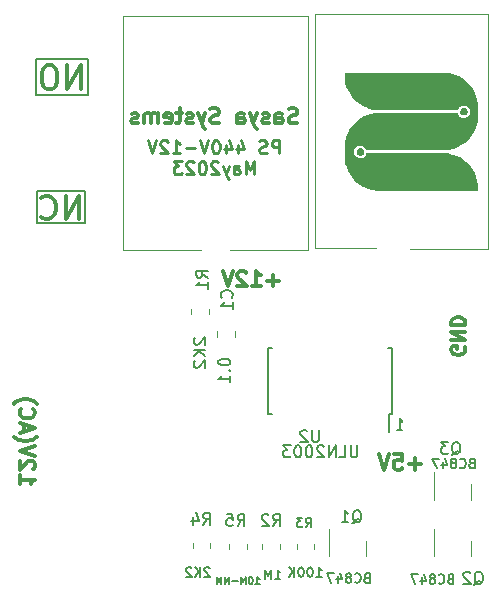
<source format=gbr>
G04 #@! TF.GenerationSoftware,KiCad,Pcbnew,(6.0.7)*
G04 #@! TF.CreationDate,2023-05-10T15:43:49+05:30*
G04 #@! TF.ProjectId,PS440V_to_5V,50533434-3056-45f7-946f-5f35562e6b69,rev?*
G04 #@! TF.SameCoordinates,Original*
G04 #@! TF.FileFunction,Legend,Bot*
G04 #@! TF.FilePolarity,Positive*
%FSLAX46Y46*%
G04 Gerber Fmt 4.6, Leading zero omitted, Abs format (unit mm)*
G04 Created by KiCad (PCBNEW (6.0.7)) date 2023-05-10 15:43:49*
%MOMM*%
%LPD*%
G01*
G04 APERTURE LIST*
%ADD10C,0.150000*%
%ADD11C,0.275000*%
%ADD12C,0.200000*%
%ADD13C,0.300000*%
%ADD14C,0.120000*%
G04 APERTURE END LIST*
D10*
X112291683Y-89888279D02*
X116722618Y-89888279D01*
X116722618Y-89888279D02*
X116722618Y-86820709D01*
X116722618Y-86820709D02*
X112291683Y-86820709D01*
X112291683Y-86820709D02*
X112291683Y-89888279D01*
X112359851Y-100727028D02*
X116449945Y-100727028D01*
X116449945Y-100727028D02*
X116449945Y-98000299D01*
X116449945Y-98000299D02*
X112359851Y-98000299D01*
X112359851Y-98000299D02*
X112359851Y-100727028D01*
D11*
X132873809Y-94812119D02*
X132873809Y-93712119D01*
X132454761Y-93712119D01*
X132350000Y-93764500D01*
X132297619Y-93816880D01*
X132245238Y-93921642D01*
X132245238Y-94078785D01*
X132297619Y-94183547D01*
X132350000Y-94235928D01*
X132454761Y-94288309D01*
X132873809Y-94288309D01*
X131826190Y-94759738D02*
X131669047Y-94812119D01*
X131407142Y-94812119D01*
X131302380Y-94759738D01*
X131250000Y-94707357D01*
X131197619Y-94602595D01*
X131197619Y-94497833D01*
X131250000Y-94393071D01*
X131302380Y-94340690D01*
X131407142Y-94288309D01*
X131616666Y-94235928D01*
X131721428Y-94183547D01*
X131773809Y-94131166D01*
X131826190Y-94026404D01*
X131826190Y-93921642D01*
X131773809Y-93816880D01*
X131721428Y-93764500D01*
X131616666Y-93712119D01*
X131354761Y-93712119D01*
X131197619Y-93764500D01*
X129416666Y-94078785D02*
X129416666Y-94812119D01*
X129678571Y-93659738D02*
X129940476Y-94445452D01*
X129259523Y-94445452D01*
X128369047Y-94078785D02*
X128369047Y-94812119D01*
X128630952Y-93659738D02*
X128892857Y-94445452D01*
X128211904Y-94445452D01*
X127583333Y-93712119D02*
X127478571Y-93712119D01*
X127373809Y-93764500D01*
X127321428Y-93816880D01*
X127269047Y-93921642D01*
X127216666Y-94131166D01*
X127216666Y-94393071D01*
X127269047Y-94602595D01*
X127321428Y-94707357D01*
X127373809Y-94759738D01*
X127478571Y-94812119D01*
X127583333Y-94812119D01*
X127688095Y-94759738D01*
X127740476Y-94707357D01*
X127792857Y-94602595D01*
X127845238Y-94393071D01*
X127845238Y-94131166D01*
X127792857Y-93921642D01*
X127740476Y-93816880D01*
X127688095Y-93764500D01*
X127583333Y-93712119D01*
X126902380Y-93712119D02*
X126535714Y-94812119D01*
X126169047Y-93712119D01*
X125802380Y-94393071D02*
X124964285Y-94393071D01*
X123864285Y-94812119D02*
X124492857Y-94812119D01*
X124178571Y-94812119D02*
X124178571Y-93712119D01*
X124283333Y-93869261D01*
X124388095Y-93974023D01*
X124492857Y-94026404D01*
X123445238Y-93816880D02*
X123392857Y-93764500D01*
X123288095Y-93712119D01*
X123026190Y-93712119D01*
X122921428Y-93764500D01*
X122869047Y-93816880D01*
X122816666Y-93921642D01*
X122816666Y-94026404D01*
X122869047Y-94183547D01*
X123497619Y-94812119D01*
X122816666Y-94812119D01*
X122502380Y-93712119D02*
X122135714Y-94812119D01*
X121769047Y-93712119D01*
X130778571Y-96583119D02*
X130778571Y-95483119D01*
X130411904Y-96268833D01*
X130045238Y-95483119D01*
X130045238Y-96583119D01*
X129050000Y-96583119D02*
X129050000Y-96006928D01*
X129102380Y-95902166D01*
X129207142Y-95849785D01*
X129416666Y-95849785D01*
X129521428Y-95902166D01*
X129050000Y-96530738D02*
X129154761Y-96583119D01*
X129416666Y-96583119D01*
X129521428Y-96530738D01*
X129573809Y-96425976D01*
X129573809Y-96321214D01*
X129521428Y-96216452D01*
X129416666Y-96164071D01*
X129154761Y-96164071D01*
X129050000Y-96111690D01*
X128630952Y-95849785D02*
X128369047Y-96583119D01*
X128107142Y-95849785D02*
X128369047Y-96583119D01*
X128473809Y-96845023D01*
X128526190Y-96897404D01*
X128630952Y-96949785D01*
X127740476Y-95587880D02*
X127688095Y-95535500D01*
X127583333Y-95483119D01*
X127321428Y-95483119D01*
X127216666Y-95535500D01*
X127164285Y-95587880D01*
X127111904Y-95692642D01*
X127111904Y-95797404D01*
X127164285Y-95954547D01*
X127792857Y-96583119D01*
X127111904Y-96583119D01*
X126430952Y-95483119D02*
X126326190Y-95483119D01*
X126221428Y-95535500D01*
X126169047Y-95587880D01*
X126116666Y-95692642D01*
X126064285Y-95902166D01*
X126064285Y-96164071D01*
X126116666Y-96373595D01*
X126169047Y-96478357D01*
X126221428Y-96530738D01*
X126326190Y-96583119D01*
X126430952Y-96583119D01*
X126535714Y-96530738D01*
X126588095Y-96478357D01*
X126640476Y-96373595D01*
X126692857Y-96164071D01*
X126692857Y-95902166D01*
X126640476Y-95692642D01*
X126588095Y-95587880D01*
X126535714Y-95535500D01*
X126430952Y-95483119D01*
X125645238Y-95587880D02*
X125592857Y-95535500D01*
X125488095Y-95483119D01*
X125226190Y-95483119D01*
X125121428Y-95535500D01*
X125069047Y-95587880D01*
X125016666Y-95692642D01*
X125016666Y-95797404D01*
X125069047Y-95954547D01*
X125697619Y-96583119D01*
X125016666Y-96583119D01*
X124650000Y-95483119D02*
X123969047Y-95483119D01*
X124335714Y-95902166D01*
X124178571Y-95902166D01*
X124073809Y-95954547D01*
X124021428Y-96006928D01*
X123969047Y-96111690D01*
X123969047Y-96373595D01*
X124021428Y-96478357D01*
X124073809Y-96530738D01*
X124178571Y-96583119D01*
X124492857Y-96583119D01*
X124597619Y-96530738D01*
X124650000Y-96478357D01*
D12*
X142871428Y-118252380D02*
X143328571Y-118252380D01*
X143100000Y-118252380D02*
X143100000Y-117252380D01*
X143176190Y-117395238D01*
X143252380Y-117490476D01*
X143328571Y-117538095D01*
D13*
X115976326Y-100404761D02*
X115976326Y-98404761D01*
X114833469Y-100404761D01*
X114833469Y-98404761D01*
X112738231Y-100214285D02*
X112833469Y-100309523D01*
X113119183Y-100404761D01*
X113309659Y-100404761D01*
X113595374Y-100309523D01*
X113785850Y-100119047D01*
X113881088Y-99928571D01*
X113976326Y-99547619D01*
X113976326Y-99261904D01*
X113881088Y-98880952D01*
X113785850Y-98690476D01*
X113595374Y-98500000D01*
X113309659Y-98404761D01*
X113119183Y-98404761D01*
X112833469Y-98500000D01*
X112738231Y-98595238D01*
X132890476Y-105592857D02*
X131900000Y-105592857D01*
X132395238Y-106088095D02*
X132395238Y-105097619D01*
X130600000Y-106088095D02*
X131342857Y-106088095D01*
X130971428Y-106088095D02*
X130971428Y-104788095D01*
X131095238Y-104973809D01*
X131219047Y-105097619D01*
X131342857Y-105159523D01*
X130104761Y-104911904D02*
X130042857Y-104850000D01*
X129919047Y-104788095D01*
X129609523Y-104788095D01*
X129485714Y-104850000D01*
X129423809Y-104911904D01*
X129361904Y-105035714D01*
X129361904Y-105159523D01*
X129423809Y-105345238D01*
X130166666Y-106088095D01*
X129361904Y-106088095D01*
X128990476Y-104788095D02*
X128557142Y-106088095D01*
X128123809Y-104788095D01*
X148600000Y-111214285D02*
X148657142Y-111328571D01*
X148657142Y-111500000D01*
X148600000Y-111671428D01*
X148485714Y-111785714D01*
X148371428Y-111842857D01*
X148142857Y-111900000D01*
X147971428Y-111900000D01*
X147742857Y-111842857D01*
X147628571Y-111785714D01*
X147514285Y-111671428D01*
X147457142Y-111500000D01*
X147457142Y-111385714D01*
X147514285Y-111214285D01*
X147571428Y-111157142D01*
X147971428Y-111157142D01*
X147971428Y-111385714D01*
X147457142Y-110642857D02*
X148657142Y-110642857D01*
X147457142Y-109957142D01*
X148657142Y-109957142D01*
X147457142Y-109385714D02*
X148657142Y-109385714D01*
X148657142Y-109100000D01*
X148600000Y-108928571D01*
X148485714Y-108814285D01*
X148371428Y-108757142D01*
X148142857Y-108700000D01*
X147971428Y-108700000D01*
X147742857Y-108757142D01*
X147628571Y-108814285D01*
X147514285Y-108928571D01*
X147457142Y-109100000D01*
X147457142Y-109385714D01*
X116113400Y-89371584D02*
X116113400Y-87371584D01*
X114970543Y-89371584D01*
X114970543Y-87371584D01*
X113637210Y-87371584D02*
X113256257Y-87371584D01*
X113065781Y-87466823D01*
X112875305Y-87657299D01*
X112780067Y-88038251D01*
X112780067Y-88704918D01*
X112875305Y-89085870D01*
X113065781Y-89276346D01*
X113256257Y-89371584D01*
X113637210Y-89371584D01*
X113827686Y-89276346D01*
X114018162Y-89085870D01*
X114113400Y-88704918D01*
X114113400Y-88038251D01*
X114018162Y-87657299D01*
X113827686Y-87466823D01*
X113637210Y-87371584D01*
X144871428Y-121092857D02*
X143880952Y-121092857D01*
X144376190Y-121588095D02*
X144376190Y-120597619D01*
X142642857Y-120288095D02*
X143261904Y-120288095D01*
X143323809Y-120907142D01*
X143261904Y-120845238D01*
X143138095Y-120783333D01*
X142828571Y-120783333D01*
X142704761Y-120845238D01*
X142642857Y-120907142D01*
X142580952Y-121030952D01*
X142580952Y-121340476D01*
X142642857Y-121464285D01*
X142704761Y-121526190D01*
X142828571Y-121588095D01*
X143138095Y-121588095D01*
X143261904Y-121526190D01*
X143323809Y-121464285D01*
X142209523Y-120288095D02*
X141776190Y-121588095D01*
X141342857Y-120288095D01*
X134426190Y-92226190D02*
X134240476Y-92288095D01*
X133930952Y-92288095D01*
X133807142Y-92226190D01*
X133745238Y-92164285D01*
X133683333Y-92040476D01*
X133683333Y-91916666D01*
X133745238Y-91792857D01*
X133807142Y-91730952D01*
X133930952Y-91669047D01*
X134178571Y-91607142D01*
X134302380Y-91545238D01*
X134364285Y-91483333D01*
X134426190Y-91359523D01*
X134426190Y-91235714D01*
X134364285Y-91111904D01*
X134302380Y-91050000D01*
X134178571Y-90988095D01*
X133869047Y-90988095D01*
X133683333Y-91050000D01*
X132569047Y-92288095D02*
X132569047Y-91607142D01*
X132630952Y-91483333D01*
X132754761Y-91421428D01*
X133002380Y-91421428D01*
X133126190Y-91483333D01*
X132569047Y-92226190D02*
X132692857Y-92288095D01*
X133002380Y-92288095D01*
X133126190Y-92226190D01*
X133188095Y-92102380D01*
X133188095Y-91978571D01*
X133126190Y-91854761D01*
X133002380Y-91792857D01*
X132692857Y-91792857D01*
X132569047Y-91730952D01*
X132011904Y-92226190D02*
X131888095Y-92288095D01*
X131640476Y-92288095D01*
X131516666Y-92226190D01*
X131454761Y-92102380D01*
X131454761Y-92040476D01*
X131516666Y-91916666D01*
X131640476Y-91854761D01*
X131826190Y-91854761D01*
X131950000Y-91792857D01*
X132011904Y-91669047D01*
X132011904Y-91607142D01*
X131950000Y-91483333D01*
X131826190Y-91421428D01*
X131640476Y-91421428D01*
X131516666Y-91483333D01*
X131021428Y-91421428D02*
X130711904Y-92288095D01*
X130402380Y-91421428D02*
X130711904Y-92288095D01*
X130835714Y-92597619D01*
X130897619Y-92659523D01*
X131021428Y-92721428D01*
X129350000Y-92288095D02*
X129350000Y-91607142D01*
X129411904Y-91483333D01*
X129535714Y-91421428D01*
X129783333Y-91421428D01*
X129907142Y-91483333D01*
X129350000Y-92226190D02*
X129473809Y-92288095D01*
X129783333Y-92288095D01*
X129907142Y-92226190D01*
X129969047Y-92102380D01*
X129969047Y-91978571D01*
X129907142Y-91854761D01*
X129783333Y-91792857D01*
X129473809Y-91792857D01*
X129350000Y-91730952D01*
X127802380Y-92226190D02*
X127616666Y-92288095D01*
X127307142Y-92288095D01*
X127183333Y-92226190D01*
X127121428Y-92164285D01*
X127059523Y-92040476D01*
X127059523Y-91916666D01*
X127121428Y-91792857D01*
X127183333Y-91730952D01*
X127307142Y-91669047D01*
X127554761Y-91607142D01*
X127678571Y-91545238D01*
X127740476Y-91483333D01*
X127802380Y-91359523D01*
X127802380Y-91235714D01*
X127740476Y-91111904D01*
X127678571Y-91050000D01*
X127554761Y-90988095D01*
X127245238Y-90988095D01*
X127059523Y-91050000D01*
X126626190Y-91421428D02*
X126316666Y-92288095D01*
X126007142Y-91421428D02*
X126316666Y-92288095D01*
X126440476Y-92597619D01*
X126502380Y-92659523D01*
X126626190Y-92721428D01*
X125573809Y-92226190D02*
X125450000Y-92288095D01*
X125202380Y-92288095D01*
X125078571Y-92226190D01*
X125016666Y-92102380D01*
X125016666Y-92040476D01*
X125078571Y-91916666D01*
X125202380Y-91854761D01*
X125388095Y-91854761D01*
X125511904Y-91792857D01*
X125573809Y-91669047D01*
X125573809Y-91607142D01*
X125511904Y-91483333D01*
X125388095Y-91421428D01*
X125202380Y-91421428D01*
X125078571Y-91483333D01*
X124645238Y-91421428D02*
X124150000Y-91421428D01*
X124459523Y-90988095D02*
X124459523Y-92102380D01*
X124397619Y-92226190D01*
X124273809Y-92288095D01*
X124150000Y-92288095D01*
X123221428Y-92226190D02*
X123345238Y-92288095D01*
X123592857Y-92288095D01*
X123716666Y-92226190D01*
X123778571Y-92102380D01*
X123778571Y-91607142D01*
X123716666Y-91483333D01*
X123592857Y-91421428D01*
X123345238Y-91421428D01*
X123221428Y-91483333D01*
X123159523Y-91607142D01*
X123159523Y-91730952D01*
X123778571Y-91854761D01*
X122602380Y-92288095D02*
X122602380Y-91421428D01*
X122602380Y-91545238D02*
X122540476Y-91483333D01*
X122416666Y-91421428D01*
X122230952Y-91421428D01*
X122107142Y-91483333D01*
X122045238Y-91607142D01*
X122045238Y-92288095D01*
X122045238Y-91607142D02*
X121983333Y-91483333D01*
X121859523Y-91421428D01*
X121673809Y-91421428D01*
X121550000Y-91483333D01*
X121488095Y-91607142D01*
X121488095Y-92288095D01*
X120930952Y-92226190D02*
X120807142Y-92288095D01*
X120559523Y-92288095D01*
X120435714Y-92226190D01*
X120373809Y-92102380D01*
X120373809Y-92040476D01*
X120435714Y-91916666D01*
X120559523Y-91854761D01*
X120745238Y-91854761D01*
X120869047Y-91792857D01*
X120930952Y-91669047D01*
X120930952Y-91607142D01*
X120869047Y-91483333D01*
X120745238Y-91421428D01*
X120559523Y-91421428D01*
X120435714Y-91483333D01*
X110911904Y-122078571D02*
X110911904Y-122821428D01*
X110911904Y-122450000D02*
X112211904Y-122450000D01*
X112026190Y-122573809D01*
X111902380Y-122697619D01*
X111840476Y-122821428D01*
X112088095Y-121583333D02*
X112150000Y-121521428D01*
X112211904Y-121397619D01*
X112211904Y-121088095D01*
X112150000Y-120964285D01*
X112088095Y-120902380D01*
X111964285Y-120840476D01*
X111840476Y-120840476D01*
X111654761Y-120902380D01*
X110911904Y-121645238D01*
X110911904Y-120840476D01*
X112211904Y-120469047D02*
X110911904Y-120035714D01*
X112211904Y-119602380D01*
X110416666Y-118797619D02*
X110478571Y-118859523D01*
X110664285Y-118983333D01*
X110788095Y-119045238D01*
X110973809Y-119107142D01*
X111283333Y-119169047D01*
X111530952Y-119169047D01*
X111840476Y-119107142D01*
X112026190Y-119045238D01*
X112150000Y-118983333D01*
X112335714Y-118859523D01*
X112397619Y-118797619D01*
X111283333Y-118364285D02*
X111283333Y-117745238D01*
X110911904Y-118488095D02*
X112211904Y-118054761D01*
X110911904Y-117621428D01*
X111035714Y-116445238D02*
X110973809Y-116507142D01*
X110911904Y-116692857D01*
X110911904Y-116816666D01*
X110973809Y-117002380D01*
X111097619Y-117126190D01*
X111221428Y-117188095D01*
X111469047Y-117250000D01*
X111654761Y-117250000D01*
X111902380Y-117188095D01*
X112026190Y-117126190D01*
X112150000Y-117002380D01*
X112211904Y-116816666D01*
X112211904Y-116692857D01*
X112150000Y-116507142D01*
X112088095Y-116445238D01*
X110416666Y-116011904D02*
X110478571Y-115950000D01*
X110664285Y-115826190D01*
X110788095Y-115764285D01*
X110973809Y-115702380D01*
X111283333Y-115640476D01*
X111530952Y-115640476D01*
X111840476Y-115702380D01*
X112026190Y-115764285D01*
X112150000Y-115826190D01*
X112335714Y-115950000D01*
X112397619Y-116011904D01*
D10*
X136261904Y-118252380D02*
X136261904Y-119061904D01*
X136214285Y-119157142D01*
X136166666Y-119204761D01*
X136071428Y-119252380D01*
X135880952Y-119252380D01*
X135785714Y-119204761D01*
X135738095Y-119157142D01*
X135690476Y-119061904D01*
X135690476Y-118252380D01*
X135261904Y-118347619D02*
X135214285Y-118300000D01*
X135119047Y-118252380D01*
X134880952Y-118252380D01*
X134785714Y-118300000D01*
X134738095Y-118347619D01*
X134690476Y-118442857D01*
X134690476Y-118538095D01*
X134738095Y-118680952D01*
X135309523Y-119252380D01*
X134690476Y-119252380D01*
X139519047Y-119552380D02*
X139519047Y-120361904D01*
X139471428Y-120457142D01*
X139423809Y-120504761D01*
X139328571Y-120552380D01*
X139138095Y-120552380D01*
X139042857Y-120504761D01*
X138995238Y-120457142D01*
X138947619Y-120361904D01*
X138947619Y-119552380D01*
X137995238Y-120552380D02*
X138471428Y-120552380D01*
X138471428Y-119552380D01*
X137661904Y-120552380D02*
X137661904Y-119552380D01*
X137090476Y-120552380D01*
X137090476Y-119552380D01*
X136661904Y-119647619D02*
X136614285Y-119600000D01*
X136519047Y-119552380D01*
X136280952Y-119552380D01*
X136185714Y-119600000D01*
X136138095Y-119647619D01*
X136090476Y-119742857D01*
X136090476Y-119838095D01*
X136138095Y-119980952D01*
X136709523Y-120552380D01*
X136090476Y-120552380D01*
X135471428Y-119552380D02*
X135376190Y-119552380D01*
X135280952Y-119600000D01*
X135233333Y-119647619D01*
X135185714Y-119742857D01*
X135138095Y-119933333D01*
X135138095Y-120171428D01*
X135185714Y-120361904D01*
X135233333Y-120457142D01*
X135280952Y-120504761D01*
X135376190Y-120552380D01*
X135471428Y-120552380D01*
X135566666Y-120504761D01*
X135614285Y-120457142D01*
X135661904Y-120361904D01*
X135709523Y-120171428D01*
X135709523Y-119933333D01*
X135661904Y-119742857D01*
X135614285Y-119647619D01*
X135566666Y-119600000D01*
X135471428Y-119552380D01*
X134519047Y-119552380D02*
X134423809Y-119552380D01*
X134328571Y-119600000D01*
X134280952Y-119647619D01*
X134233333Y-119742857D01*
X134185714Y-119933333D01*
X134185714Y-120171428D01*
X134233333Y-120361904D01*
X134280952Y-120457142D01*
X134328571Y-120504761D01*
X134423809Y-120552380D01*
X134519047Y-120552380D01*
X134614285Y-120504761D01*
X134661904Y-120457142D01*
X134709523Y-120361904D01*
X134757142Y-120171428D01*
X134757142Y-119933333D01*
X134709523Y-119742857D01*
X134661904Y-119647619D01*
X134614285Y-119600000D01*
X134519047Y-119552380D01*
X133852380Y-119552380D02*
X133233333Y-119552380D01*
X133566666Y-119933333D01*
X133423809Y-119933333D01*
X133328571Y-119980952D01*
X133280952Y-120028571D01*
X133233333Y-120123809D01*
X133233333Y-120361904D01*
X133280952Y-120457142D01*
X133328571Y-120504761D01*
X133423809Y-120552380D01*
X133709523Y-120552380D01*
X133804761Y-120504761D01*
X133852380Y-120457142D01*
X128857142Y-107033333D02*
X128904761Y-106985714D01*
X128952380Y-106842857D01*
X128952380Y-106747619D01*
X128904761Y-106604761D01*
X128809523Y-106509523D01*
X128714285Y-106461904D01*
X128523809Y-106414285D01*
X128380952Y-106414285D01*
X128190476Y-106461904D01*
X128095238Y-106509523D01*
X128000000Y-106604761D01*
X127952380Y-106747619D01*
X127952380Y-106842857D01*
X128000000Y-106985714D01*
X128047619Y-107033333D01*
X128952380Y-107985714D02*
X128952380Y-107414285D01*
X128952380Y-107700000D02*
X127952380Y-107700000D01*
X128095238Y-107604761D01*
X128190476Y-107509523D01*
X128238095Y-107414285D01*
X127752380Y-112438095D02*
X127752380Y-112533333D01*
X127800000Y-112628571D01*
X127847619Y-112676190D01*
X127942857Y-112723809D01*
X128133333Y-112771428D01*
X128371428Y-112771428D01*
X128561904Y-112723809D01*
X128657142Y-112676190D01*
X128704761Y-112628571D01*
X128752380Y-112533333D01*
X128752380Y-112438095D01*
X128704761Y-112342857D01*
X128657142Y-112295238D01*
X128561904Y-112247619D01*
X128371428Y-112200000D01*
X128133333Y-112200000D01*
X127942857Y-112247619D01*
X127847619Y-112295238D01*
X127800000Y-112342857D01*
X127752380Y-112438095D01*
X128657142Y-113200000D02*
X128704761Y-113247619D01*
X128752380Y-113200000D01*
X128704761Y-113152380D01*
X128657142Y-113200000D01*
X128752380Y-113200000D01*
X128752380Y-114200000D02*
X128752380Y-113628571D01*
X128752380Y-113914285D02*
X127752380Y-113914285D01*
X127895238Y-113819047D01*
X127990476Y-113723809D01*
X128038095Y-113628571D01*
X126852380Y-105333333D02*
X126376190Y-105000000D01*
X126852380Y-104761904D02*
X125852380Y-104761904D01*
X125852380Y-105142857D01*
X125900000Y-105238095D01*
X125947619Y-105285714D01*
X126042857Y-105333333D01*
X126185714Y-105333333D01*
X126280952Y-105285714D01*
X126328571Y-105238095D01*
X126376190Y-105142857D01*
X126376190Y-104761904D01*
X126852380Y-106285714D02*
X126852380Y-105714285D01*
X126852380Y-106000000D02*
X125852380Y-106000000D01*
X125995238Y-105904761D01*
X126090476Y-105809523D01*
X126138095Y-105714285D01*
X125747619Y-110438095D02*
X125700000Y-110485714D01*
X125652380Y-110580952D01*
X125652380Y-110819047D01*
X125700000Y-110914285D01*
X125747619Y-110961904D01*
X125842857Y-111009523D01*
X125938095Y-111009523D01*
X126080952Y-110961904D01*
X126652380Y-110390476D01*
X126652380Y-111009523D01*
X126652380Y-111438095D02*
X125652380Y-111438095D01*
X126652380Y-112009523D02*
X126080952Y-111580952D01*
X125652380Y-112009523D02*
X126223809Y-111438095D01*
X125747619Y-112390476D02*
X125700000Y-112438095D01*
X125652380Y-112533333D01*
X125652380Y-112771428D01*
X125700000Y-112866666D01*
X125747619Y-112914285D01*
X125842857Y-112961904D01*
X125938095Y-112961904D01*
X126080952Y-112914285D01*
X126652380Y-112342857D01*
X126652380Y-112961904D01*
X135133333Y-126461904D02*
X135400000Y-126080952D01*
X135590476Y-126461904D02*
X135590476Y-125661904D01*
X135285714Y-125661904D01*
X135209523Y-125700000D01*
X135171428Y-125738095D01*
X135133333Y-125814285D01*
X135133333Y-125928571D01*
X135171428Y-126004761D01*
X135209523Y-126042857D01*
X135285714Y-126080952D01*
X135590476Y-126080952D01*
X134866666Y-125661904D02*
X134371428Y-125661904D01*
X134638095Y-125966666D01*
X134523809Y-125966666D01*
X134447619Y-126004761D01*
X134409523Y-126042857D01*
X134371428Y-126119047D01*
X134371428Y-126309523D01*
X134409523Y-126385714D01*
X134447619Y-126423809D01*
X134523809Y-126461904D01*
X134752380Y-126461904D01*
X134828571Y-126423809D01*
X134866666Y-126385714D01*
X136033333Y-130661904D02*
X136490476Y-130661904D01*
X136261904Y-130661904D02*
X136261904Y-129861904D01*
X136338095Y-129976190D01*
X136414285Y-130052380D01*
X136490476Y-130090476D01*
X135538095Y-129861904D02*
X135461904Y-129861904D01*
X135385714Y-129900000D01*
X135347619Y-129938095D01*
X135309523Y-130014285D01*
X135271428Y-130166666D01*
X135271428Y-130357142D01*
X135309523Y-130509523D01*
X135347619Y-130585714D01*
X135385714Y-130623809D01*
X135461904Y-130661904D01*
X135538095Y-130661904D01*
X135614285Y-130623809D01*
X135652380Y-130585714D01*
X135690476Y-130509523D01*
X135728571Y-130357142D01*
X135728571Y-130166666D01*
X135690476Y-130014285D01*
X135652380Y-129938095D01*
X135614285Y-129900000D01*
X135538095Y-129861904D01*
X134776190Y-129861904D02*
X134700000Y-129861904D01*
X134623809Y-129900000D01*
X134585714Y-129938095D01*
X134547619Y-130014285D01*
X134509523Y-130166666D01*
X134509523Y-130357142D01*
X134547619Y-130509523D01*
X134585714Y-130585714D01*
X134623809Y-130623809D01*
X134700000Y-130661904D01*
X134776190Y-130661904D01*
X134852380Y-130623809D01*
X134890476Y-130585714D01*
X134928571Y-130509523D01*
X134966666Y-130357142D01*
X134966666Y-130166666D01*
X134928571Y-130014285D01*
X134890476Y-129938095D01*
X134852380Y-129900000D01*
X134776190Y-129861904D01*
X134166666Y-130661904D02*
X134166666Y-129861904D01*
X133709523Y-130661904D02*
X134052380Y-130204761D01*
X133709523Y-129861904D02*
X134166666Y-130319047D01*
X126466666Y-126252380D02*
X126800000Y-125776190D01*
X127038095Y-126252380D02*
X127038095Y-125252380D01*
X126657142Y-125252380D01*
X126561904Y-125300000D01*
X126514285Y-125347619D01*
X126466666Y-125442857D01*
X126466666Y-125585714D01*
X126514285Y-125680952D01*
X126561904Y-125728571D01*
X126657142Y-125776190D01*
X127038095Y-125776190D01*
X125609523Y-125585714D02*
X125609523Y-126252380D01*
X125847619Y-125204761D02*
X126085714Y-125919047D01*
X125466666Y-125919047D01*
X127009523Y-129938095D02*
X126971428Y-129900000D01*
X126895238Y-129861904D01*
X126704761Y-129861904D01*
X126628571Y-129900000D01*
X126590476Y-129938095D01*
X126552380Y-130014285D01*
X126552380Y-130090476D01*
X126590476Y-130204761D01*
X127047619Y-130661904D01*
X126552380Y-130661904D01*
X126209523Y-130661904D02*
X126209523Y-129861904D01*
X125752380Y-130661904D02*
X126095238Y-130204761D01*
X125752380Y-129861904D02*
X126209523Y-130319047D01*
X125447619Y-129938095D02*
X125409523Y-129900000D01*
X125333333Y-129861904D01*
X125142857Y-129861904D01*
X125066666Y-129900000D01*
X125028571Y-129938095D01*
X124990476Y-130014285D01*
X124990476Y-130090476D01*
X125028571Y-130204761D01*
X125485714Y-130661904D01*
X124990476Y-130661904D01*
X132366666Y-126352380D02*
X132700000Y-125876190D01*
X132938095Y-126352380D02*
X132938095Y-125352380D01*
X132557142Y-125352380D01*
X132461904Y-125400000D01*
X132414285Y-125447619D01*
X132366666Y-125542857D01*
X132366666Y-125685714D01*
X132414285Y-125780952D01*
X132461904Y-125828571D01*
X132557142Y-125876190D01*
X132938095Y-125876190D01*
X131985714Y-125447619D02*
X131938095Y-125400000D01*
X131842857Y-125352380D01*
X131604761Y-125352380D01*
X131509523Y-125400000D01*
X131461904Y-125447619D01*
X131414285Y-125542857D01*
X131414285Y-125638095D01*
X131461904Y-125780952D01*
X132033333Y-126352380D01*
X131414285Y-126352380D01*
X132528571Y-130861904D02*
X132985714Y-130861904D01*
X132757142Y-130861904D02*
X132757142Y-130061904D01*
X132833333Y-130176190D01*
X132909523Y-130252380D01*
X132985714Y-130290476D01*
X132185714Y-130861904D02*
X132185714Y-130061904D01*
X131919047Y-130633333D01*
X131652380Y-130061904D01*
X131652380Y-130861904D01*
X139095238Y-126147619D02*
X139190476Y-126100000D01*
X139285714Y-126004761D01*
X139428571Y-125861904D01*
X139523809Y-125814285D01*
X139619047Y-125814285D01*
X139571428Y-126052380D02*
X139666666Y-126004761D01*
X139761904Y-125909523D01*
X139809523Y-125719047D01*
X139809523Y-125385714D01*
X139761904Y-125195238D01*
X139666666Y-125100000D01*
X139571428Y-125052380D01*
X139380952Y-125052380D01*
X139285714Y-125100000D01*
X139190476Y-125195238D01*
X139142857Y-125385714D01*
X139142857Y-125719047D01*
X139190476Y-125909523D01*
X139285714Y-126004761D01*
X139380952Y-126052380D01*
X139571428Y-126052380D01*
X138190476Y-126052380D02*
X138761904Y-126052380D01*
X138476190Y-126052380D02*
X138476190Y-125052380D01*
X138571428Y-125195238D01*
X138666666Y-125290476D01*
X138761904Y-125338095D01*
X140285714Y-130742857D02*
X140171428Y-130780952D01*
X140133333Y-130819047D01*
X140095238Y-130895238D01*
X140095238Y-131009523D01*
X140133333Y-131085714D01*
X140171428Y-131123809D01*
X140247619Y-131161904D01*
X140552380Y-131161904D01*
X140552380Y-130361904D01*
X140285714Y-130361904D01*
X140209523Y-130400000D01*
X140171428Y-130438095D01*
X140133333Y-130514285D01*
X140133333Y-130590476D01*
X140171428Y-130666666D01*
X140209523Y-130704761D01*
X140285714Y-130742857D01*
X140552380Y-130742857D01*
X139295238Y-131085714D02*
X139333333Y-131123809D01*
X139447619Y-131161904D01*
X139523809Y-131161904D01*
X139638095Y-131123809D01*
X139714285Y-131047619D01*
X139752380Y-130971428D01*
X139790476Y-130819047D01*
X139790476Y-130704761D01*
X139752380Y-130552380D01*
X139714285Y-130476190D01*
X139638095Y-130400000D01*
X139523809Y-130361904D01*
X139447619Y-130361904D01*
X139333333Y-130400000D01*
X139295238Y-130438095D01*
X138838095Y-130704761D02*
X138914285Y-130666666D01*
X138952380Y-130628571D01*
X138990476Y-130552380D01*
X138990476Y-130514285D01*
X138952380Y-130438095D01*
X138914285Y-130400000D01*
X138838095Y-130361904D01*
X138685714Y-130361904D01*
X138609523Y-130400000D01*
X138571428Y-130438095D01*
X138533333Y-130514285D01*
X138533333Y-130552380D01*
X138571428Y-130628571D01*
X138609523Y-130666666D01*
X138685714Y-130704761D01*
X138838095Y-130704761D01*
X138914285Y-130742857D01*
X138952380Y-130780952D01*
X138990476Y-130857142D01*
X138990476Y-131009523D01*
X138952380Y-131085714D01*
X138914285Y-131123809D01*
X138838095Y-131161904D01*
X138685714Y-131161904D01*
X138609523Y-131123809D01*
X138571428Y-131085714D01*
X138533333Y-131009523D01*
X138533333Y-130857142D01*
X138571428Y-130780952D01*
X138609523Y-130742857D01*
X138685714Y-130704761D01*
X137847619Y-130628571D02*
X137847619Y-131161904D01*
X138038095Y-130323809D02*
X138228571Y-130895238D01*
X137733333Y-130895238D01*
X137504761Y-130361904D02*
X136971428Y-130361904D01*
X137314285Y-131161904D01*
X147495238Y-120347619D02*
X147590476Y-120300000D01*
X147685714Y-120204761D01*
X147828571Y-120061904D01*
X147923809Y-120014285D01*
X148019047Y-120014285D01*
X147971428Y-120252380D02*
X148066666Y-120204761D01*
X148161904Y-120109523D01*
X148209523Y-119919047D01*
X148209523Y-119585714D01*
X148161904Y-119395238D01*
X148066666Y-119300000D01*
X147971428Y-119252380D01*
X147780952Y-119252380D01*
X147685714Y-119300000D01*
X147590476Y-119395238D01*
X147542857Y-119585714D01*
X147542857Y-119919047D01*
X147590476Y-120109523D01*
X147685714Y-120204761D01*
X147780952Y-120252380D01*
X147971428Y-120252380D01*
X147209523Y-119252380D02*
X146590476Y-119252380D01*
X146923809Y-119633333D01*
X146780952Y-119633333D01*
X146685714Y-119680952D01*
X146638095Y-119728571D01*
X146590476Y-119823809D01*
X146590476Y-120061904D01*
X146638095Y-120157142D01*
X146685714Y-120204761D01*
X146780952Y-120252380D01*
X147066666Y-120252380D01*
X147161904Y-120204761D01*
X147209523Y-120157142D01*
X149185714Y-121042857D02*
X149071428Y-121080952D01*
X149033333Y-121119047D01*
X148995238Y-121195238D01*
X148995238Y-121309523D01*
X149033333Y-121385714D01*
X149071428Y-121423809D01*
X149147619Y-121461904D01*
X149452380Y-121461904D01*
X149452380Y-120661904D01*
X149185714Y-120661904D01*
X149109523Y-120700000D01*
X149071428Y-120738095D01*
X149033333Y-120814285D01*
X149033333Y-120890476D01*
X149071428Y-120966666D01*
X149109523Y-121004761D01*
X149185714Y-121042857D01*
X149452380Y-121042857D01*
X148195238Y-121385714D02*
X148233333Y-121423809D01*
X148347619Y-121461904D01*
X148423809Y-121461904D01*
X148538095Y-121423809D01*
X148614285Y-121347619D01*
X148652380Y-121271428D01*
X148690476Y-121119047D01*
X148690476Y-121004761D01*
X148652380Y-120852380D01*
X148614285Y-120776190D01*
X148538095Y-120700000D01*
X148423809Y-120661904D01*
X148347619Y-120661904D01*
X148233333Y-120700000D01*
X148195238Y-120738095D01*
X147738095Y-121004761D02*
X147814285Y-120966666D01*
X147852380Y-120928571D01*
X147890476Y-120852380D01*
X147890476Y-120814285D01*
X147852380Y-120738095D01*
X147814285Y-120700000D01*
X147738095Y-120661904D01*
X147585714Y-120661904D01*
X147509523Y-120700000D01*
X147471428Y-120738095D01*
X147433333Y-120814285D01*
X147433333Y-120852380D01*
X147471428Y-120928571D01*
X147509523Y-120966666D01*
X147585714Y-121004761D01*
X147738095Y-121004761D01*
X147814285Y-121042857D01*
X147852380Y-121080952D01*
X147890476Y-121157142D01*
X147890476Y-121309523D01*
X147852380Y-121385714D01*
X147814285Y-121423809D01*
X147738095Y-121461904D01*
X147585714Y-121461904D01*
X147509523Y-121423809D01*
X147471428Y-121385714D01*
X147433333Y-121309523D01*
X147433333Y-121157142D01*
X147471428Y-121080952D01*
X147509523Y-121042857D01*
X147585714Y-121004761D01*
X146747619Y-120928571D02*
X146747619Y-121461904D01*
X146938095Y-120623809D02*
X147128571Y-121195238D01*
X146633333Y-121195238D01*
X146404761Y-120661904D02*
X145871428Y-120661904D01*
X146214285Y-121461904D01*
X149395238Y-131347619D02*
X149490476Y-131300000D01*
X149585714Y-131204761D01*
X149728571Y-131061904D01*
X149823809Y-131014285D01*
X149919047Y-131014285D01*
X149871428Y-131252380D02*
X149966666Y-131204761D01*
X150061904Y-131109523D01*
X150109523Y-130919047D01*
X150109523Y-130585714D01*
X150061904Y-130395238D01*
X149966666Y-130300000D01*
X149871428Y-130252380D01*
X149680952Y-130252380D01*
X149585714Y-130300000D01*
X149490476Y-130395238D01*
X149442857Y-130585714D01*
X149442857Y-130919047D01*
X149490476Y-131109523D01*
X149585714Y-131204761D01*
X149680952Y-131252380D01*
X149871428Y-131252380D01*
X149061904Y-130347619D02*
X149014285Y-130300000D01*
X148919047Y-130252380D01*
X148680952Y-130252380D01*
X148585714Y-130300000D01*
X148538095Y-130347619D01*
X148490476Y-130442857D01*
X148490476Y-130538095D01*
X148538095Y-130680952D01*
X149109523Y-131252380D01*
X148490476Y-131252380D01*
X147385714Y-130842857D02*
X147271428Y-130880952D01*
X147233333Y-130919047D01*
X147195238Y-130995238D01*
X147195238Y-131109523D01*
X147233333Y-131185714D01*
X147271428Y-131223809D01*
X147347619Y-131261904D01*
X147652380Y-131261904D01*
X147652380Y-130461904D01*
X147385714Y-130461904D01*
X147309523Y-130500000D01*
X147271428Y-130538095D01*
X147233333Y-130614285D01*
X147233333Y-130690476D01*
X147271428Y-130766666D01*
X147309523Y-130804761D01*
X147385714Y-130842857D01*
X147652380Y-130842857D01*
X146395238Y-131185714D02*
X146433333Y-131223809D01*
X146547619Y-131261904D01*
X146623809Y-131261904D01*
X146738095Y-131223809D01*
X146814285Y-131147619D01*
X146852380Y-131071428D01*
X146890476Y-130919047D01*
X146890476Y-130804761D01*
X146852380Y-130652380D01*
X146814285Y-130576190D01*
X146738095Y-130500000D01*
X146623809Y-130461904D01*
X146547619Y-130461904D01*
X146433333Y-130500000D01*
X146395238Y-130538095D01*
X145938095Y-130804761D02*
X146014285Y-130766666D01*
X146052380Y-130728571D01*
X146090476Y-130652380D01*
X146090476Y-130614285D01*
X146052380Y-130538095D01*
X146014285Y-130500000D01*
X145938095Y-130461904D01*
X145785714Y-130461904D01*
X145709523Y-130500000D01*
X145671428Y-130538095D01*
X145633333Y-130614285D01*
X145633333Y-130652380D01*
X145671428Y-130728571D01*
X145709523Y-130766666D01*
X145785714Y-130804761D01*
X145938095Y-130804761D01*
X146014285Y-130842857D01*
X146052380Y-130880952D01*
X146090476Y-130957142D01*
X146090476Y-131109523D01*
X146052380Y-131185714D01*
X146014285Y-131223809D01*
X145938095Y-131261904D01*
X145785714Y-131261904D01*
X145709523Y-131223809D01*
X145671428Y-131185714D01*
X145633333Y-131109523D01*
X145633333Y-130957142D01*
X145671428Y-130880952D01*
X145709523Y-130842857D01*
X145785714Y-130804761D01*
X144947619Y-130728571D02*
X144947619Y-131261904D01*
X145138095Y-130423809D02*
X145328571Y-130995238D01*
X144833333Y-130995238D01*
X144604761Y-130461904D02*
X144071428Y-130461904D01*
X144414285Y-131261904D01*
X129366666Y-126352380D02*
X129700000Y-125876190D01*
X129938095Y-126352380D02*
X129938095Y-125352380D01*
X129557142Y-125352380D01*
X129461904Y-125400000D01*
X129414285Y-125447619D01*
X129366666Y-125542857D01*
X129366666Y-125685714D01*
X129414285Y-125780952D01*
X129461904Y-125828571D01*
X129557142Y-125876190D01*
X129938095Y-125876190D01*
X128461904Y-125352380D02*
X128938095Y-125352380D01*
X128985714Y-125828571D01*
X128938095Y-125780952D01*
X128842857Y-125733333D01*
X128604761Y-125733333D01*
X128509523Y-125780952D01*
X128461904Y-125828571D01*
X128414285Y-125923809D01*
X128414285Y-126161904D01*
X128461904Y-126257142D01*
X128509523Y-126304761D01*
X128604761Y-126352380D01*
X128842857Y-126352380D01*
X128938095Y-126304761D01*
X128985714Y-126257142D01*
X130885714Y-131271428D02*
X131228571Y-131271428D01*
X131057142Y-131271428D02*
X131057142Y-130671428D01*
X131114285Y-130757142D01*
X131171428Y-130814285D01*
X131228571Y-130842857D01*
X130514285Y-130671428D02*
X130457142Y-130671428D01*
X130400000Y-130700000D01*
X130371428Y-130728571D01*
X130342857Y-130785714D01*
X130314285Y-130900000D01*
X130314285Y-131042857D01*
X130342857Y-131157142D01*
X130371428Y-131214285D01*
X130400000Y-131242857D01*
X130457142Y-131271428D01*
X130514285Y-131271428D01*
X130571428Y-131242857D01*
X130600000Y-131214285D01*
X130628571Y-131157142D01*
X130657142Y-131042857D01*
X130657142Y-130900000D01*
X130628571Y-130785714D01*
X130600000Y-130728571D01*
X130571428Y-130700000D01*
X130514285Y-130671428D01*
X130057142Y-131271428D02*
X130057142Y-130671428D01*
X129857142Y-131100000D01*
X129657142Y-130671428D01*
X129657142Y-131271428D01*
X129371428Y-131042857D02*
X128914285Y-131042857D01*
X128628571Y-131271428D02*
X128628571Y-130671428D01*
X128285714Y-131271428D01*
X128285714Y-130671428D01*
X128000000Y-131271428D02*
X128000000Y-130671428D01*
X127800000Y-131100000D01*
X127600000Y-130671428D01*
X127600000Y-131271428D01*
D13*
X145442571Y-92138000D02*
X145587714Y-92065428D01*
X145805428Y-92065428D01*
X146023142Y-92138000D01*
X146168285Y-92283142D01*
X146240857Y-92428285D01*
X146313428Y-92718571D01*
X146313428Y-92936285D01*
X146240857Y-93226571D01*
X146168285Y-93371714D01*
X146023142Y-93516857D01*
X145805428Y-93589428D01*
X145660285Y-93589428D01*
X145442571Y-93516857D01*
X145370000Y-93444285D01*
X145370000Y-92936285D01*
X145660285Y-92936285D01*
X144499142Y-92065428D02*
X144499142Y-92428285D01*
X144862000Y-92283142D02*
X144499142Y-92428285D01*
X144136285Y-92283142D01*
X144716857Y-92718571D02*
X144499142Y-92428285D01*
X144281428Y-92718571D01*
X143338000Y-92065428D02*
X143338000Y-92428285D01*
X143700857Y-92283142D02*
X143338000Y-92428285D01*
X142975142Y-92283142D01*
X143555714Y-92718571D02*
X143338000Y-92428285D01*
X143120285Y-92718571D01*
X142176857Y-92065428D02*
X142176857Y-92428285D01*
X142539714Y-92283142D02*
X142176857Y-92428285D01*
X141814000Y-92283142D01*
X142394571Y-92718571D02*
X142176857Y-92428285D01*
X141959142Y-92718571D01*
D14*
X150600000Y-102900000D02*
X150600000Y-83100000D01*
X150600000Y-102900000D02*
X144000000Y-102900000D01*
X135900000Y-102850000D02*
X141050000Y-102850000D01*
X150600000Y-83050000D02*
X135900000Y-83050000D01*
X135900000Y-83050000D02*
X135900000Y-102850000D01*
X119700000Y-83200000D02*
X119700000Y-103000000D01*
X135300000Y-103000000D02*
X135300000Y-83200000D01*
X135300000Y-83200000D02*
X119700000Y-83200000D01*
X135300000Y-103000000D02*
X128700000Y-103000000D01*
X126300000Y-103000000D02*
X119700000Y-103000000D01*
D10*
X142200000Y-116875000D02*
X142200000Y-118400000D01*
X131925000Y-116875000D02*
X132280000Y-116875000D01*
X142475000Y-116875000D02*
X142200000Y-116875000D01*
X142475000Y-111325000D02*
X142120000Y-111325000D01*
X131925000Y-111325000D02*
X132280000Y-111325000D01*
X131925000Y-116875000D02*
X131925000Y-111325000D01*
X142475000Y-116875000D02*
X142475000Y-111325000D01*
D14*
X129135000Y-109838748D02*
X129135000Y-110361252D01*
X127665000Y-109838748D02*
X127665000Y-110361252D01*
X125465000Y-108427064D02*
X125465000Y-107972936D01*
X126935000Y-108427064D02*
X126935000Y-107972936D01*
X135835000Y-127872936D02*
X135835000Y-128327064D01*
X134365000Y-127872936D02*
X134365000Y-128327064D01*
X125565000Y-127772936D02*
X125565000Y-128227064D01*
X127035000Y-127772936D02*
X127035000Y-128227064D01*
X131465000Y-127872936D02*
X131465000Y-128327064D01*
X132935000Y-127872936D02*
X132935000Y-128327064D01*
X140260000Y-128300000D02*
X140260000Y-128950000D01*
X137140000Y-128300000D02*
X137140000Y-128950000D01*
X137140000Y-128300000D02*
X137140000Y-126625000D01*
X140260000Y-128300000D02*
X140260000Y-127650000D01*
X149160000Y-123500000D02*
X149160000Y-124150000D01*
X149160000Y-123500000D02*
X149160000Y-122850000D01*
X146040000Y-123500000D02*
X146040000Y-124150000D01*
X146040000Y-123500000D02*
X146040000Y-121825000D01*
X146040000Y-128300000D02*
X146040000Y-126625000D01*
X149160000Y-128300000D02*
X149160000Y-127650000D01*
X146040000Y-128300000D02*
X146040000Y-128950000D01*
X149160000Y-128300000D02*
X149160000Y-128950000D01*
X128665000Y-127872936D02*
X128665000Y-128327064D01*
X130135000Y-127872936D02*
X130135000Y-128327064D01*
G36*
X148586658Y-90975005D02*
G01*
X148605846Y-90979406D01*
X148698869Y-91019758D01*
X148769933Y-91082633D01*
X148818015Y-91161432D01*
X148842092Y-91249559D01*
X148841141Y-91340417D01*
X148814139Y-91427409D01*
X148760063Y-91503937D01*
X148677890Y-91563405D01*
X148575616Y-91599102D01*
X148476827Y-91598881D01*
X148376355Y-91562415D01*
X148337769Y-91537357D01*
X148270940Y-91467376D01*
X148225217Y-91381663D01*
X148208272Y-91292533D01*
X148215205Y-91228828D01*
X148251714Y-91136320D01*
X148313721Y-91059138D01*
X148394619Y-91002829D01*
X148487801Y-90972936D01*
X148586658Y-90975005D01*
G37*
G36*
X139880238Y-94402109D02*
G01*
X139959662Y-94443370D01*
X140005321Y-94486036D01*
X140056841Y-94569551D01*
X140078880Y-94662609D01*
X140072364Y-94757943D01*
X140038216Y-94848286D01*
X139977364Y-94926372D01*
X139890730Y-94984932D01*
X139818965Y-95008547D01*
X139722001Y-95011539D01*
X139631723Y-94984492D01*
X139553867Y-94931648D01*
X139494170Y-94857247D01*
X139458369Y-94765531D01*
X139452202Y-94660741D01*
X139471764Y-94571940D01*
X139519446Y-94492116D01*
X139599509Y-94422544D01*
X139612993Y-94414162D01*
X139693800Y-94386747D01*
X139787250Y-94382982D01*
X139880238Y-94402109D01*
G37*
G36*
X142819682Y-87989954D02*
G01*
X147204653Y-87995592D01*
X147384310Y-88036957D01*
X147545328Y-88077562D01*
X147848364Y-88176373D01*
X148127356Y-88300167D01*
X148386919Y-88451464D01*
X148631664Y-88632784D01*
X148866204Y-88846647D01*
X148915704Y-88897174D01*
X149131547Y-89146584D01*
X149312859Y-89409493D01*
X149460395Y-89687496D01*
X149574910Y-89982194D01*
X149657159Y-90295182D01*
X149707898Y-90628061D01*
X149711430Y-90668224D01*
X149717724Y-90777060D01*
X149722379Y-90911447D01*
X149725389Y-91063506D01*
X149726750Y-91225360D01*
X149726457Y-91389127D01*
X149724505Y-91546930D01*
X149720891Y-91690890D01*
X149715608Y-91813126D01*
X149708654Y-91905761D01*
X149688857Y-92059961D01*
X149621290Y-92384325D01*
X149521231Y-92693996D01*
X149390266Y-92986963D01*
X149229982Y-93261215D01*
X149041965Y-93514738D01*
X148827801Y-93745522D01*
X148589076Y-93951554D01*
X148327376Y-94130822D01*
X148044287Y-94281314D01*
X147741397Y-94401019D01*
X147688474Y-94418279D01*
X147511962Y-94470066D01*
X147347409Y-94507340D01*
X147178662Y-94533330D01*
X146989568Y-94551264D01*
X146961110Y-94552855D01*
X146883803Y-94555429D01*
X146772927Y-94557784D01*
X146630981Y-94559915D01*
X146460467Y-94561822D01*
X146263883Y-94563500D01*
X146043729Y-94564948D01*
X145802505Y-94566162D01*
X145542712Y-94567140D01*
X145266848Y-94567879D01*
X144977413Y-94568377D01*
X144676908Y-94568630D01*
X144367832Y-94568636D01*
X144052685Y-94568393D01*
X143733967Y-94567896D01*
X143414178Y-94567145D01*
X143095817Y-94566136D01*
X142781385Y-94564866D01*
X142473381Y-94563332D01*
X142174304Y-94561533D01*
X141886656Y-94559465D01*
X141612935Y-94557125D01*
X140279563Y-94544706D01*
X140226360Y-94443090D01*
X140159434Y-94346683D01*
X140064036Y-94261496D01*
X139952285Y-94199768D01*
X139832295Y-94165898D01*
X139712180Y-94164287D01*
X139630869Y-94181064D01*
X139507385Y-94232120D01*
X139404937Y-94307116D01*
X139325144Y-94401073D01*
X139269627Y-94509015D01*
X139240004Y-94625963D01*
X139237896Y-94746941D01*
X139264920Y-94866971D01*
X139322698Y-94981075D01*
X139412848Y-95084276D01*
X139416490Y-95087529D01*
X139532639Y-95169054D01*
X139656859Y-95214193D01*
X139790477Y-95223232D01*
X139934819Y-95196455D01*
X139981162Y-95178471D01*
X140069033Y-95124701D01*
X140150769Y-95052508D01*
X140216371Y-94971408D01*
X140255843Y-94890916D01*
X140279286Y-94812672D01*
X143741969Y-94818315D01*
X147204653Y-94823959D01*
X147384310Y-94865321D01*
X147648198Y-94935497D01*
X147939622Y-95039720D01*
X148207931Y-95168331D01*
X148458061Y-95324098D01*
X148694949Y-95509788D01*
X148923533Y-95728169D01*
X149122298Y-95958467D01*
X149304809Y-96224414D01*
X149455249Y-96508960D01*
X149573174Y-96810959D01*
X149658143Y-97129267D01*
X149709713Y-97462738D01*
X149727444Y-97810229D01*
X149727769Y-97983752D01*
X145483493Y-97983598D01*
X145279436Y-97983578D01*
X144775623Y-97983408D01*
X144301172Y-97983070D01*
X143856667Y-97982568D01*
X143442690Y-97981904D01*
X143059823Y-97981080D01*
X142708649Y-97980098D01*
X142389751Y-97978962D01*
X142103711Y-97977674D01*
X141851111Y-97976236D01*
X141632534Y-97974651D01*
X141448563Y-97972921D01*
X141299779Y-97971049D01*
X141186767Y-97969037D01*
X141110107Y-97966887D01*
X141070384Y-97964604D01*
X141014448Y-97957998D01*
X140753663Y-97915724D01*
X140512423Y-97855033D01*
X140278008Y-97772217D01*
X140037695Y-97663568D01*
X140012464Y-97650887D01*
X139736816Y-97489945D01*
X139482368Y-97299724D01*
X139251032Y-97082984D01*
X139044719Y-96842484D01*
X138865342Y-96580984D01*
X138714814Y-96301243D01*
X138595047Y-96006021D01*
X138507952Y-95698078D01*
X138455442Y-95380173D01*
X138453189Y-95356893D01*
X138446700Y-95258387D01*
X138441664Y-95132101D01*
X138438087Y-94985287D01*
X138435974Y-94825198D01*
X138435331Y-94659085D01*
X138436164Y-94494200D01*
X138438478Y-94337796D01*
X138442278Y-94197125D01*
X138447571Y-94079437D01*
X138454362Y-93991986D01*
X138472899Y-93852501D01*
X138539976Y-93541478D01*
X138639721Y-93242909D01*
X138770013Y-92958965D01*
X138928729Y-92691818D01*
X139113750Y-92443639D01*
X139322953Y-92216600D01*
X139554217Y-92012871D01*
X139805421Y-91834624D01*
X140074444Y-91684031D01*
X140359163Y-91563263D01*
X140657459Y-91474491D01*
X140967208Y-91419888D01*
X140981067Y-91418766D01*
X141037204Y-91416429D01*
X141129024Y-91414115D01*
X141255285Y-91411832D01*
X141414745Y-91409592D01*
X141606163Y-91407404D01*
X141828295Y-91405277D01*
X142079899Y-91403221D01*
X142359735Y-91401247D01*
X142666559Y-91399363D01*
X142999130Y-91397580D01*
X143356205Y-91395907D01*
X143736543Y-91394355D01*
X144138901Y-91392932D01*
X144562038Y-91391648D01*
X147997414Y-91382049D01*
X148030728Y-91469282D01*
X148057508Y-91524849D01*
X148122866Y-91617345D01*
X148204882Y-91700679D01*
X148291845Y-91761733D01*
X148320648Y-91775576D01*
X148372384Y-91791719D01*
X148437184Y-91799878D01*
X148527178Y-91802135D01*
X148548832Y-91801975D01*
X148659801Y-91793350D01*
X148748543Y-91768184D01*
X148826729Y-91721772D01*
X148906027Y-91649411D01*
X148974001Y-91562765D01*
X149028850Y-91444745D01*
X149052060Y-91320390D01*
X149044775Y-91195323D01*
X149008137Y-91075168D01*
X148943289Y-90965547D01*
X148851372Y-90872085D01*
X148733530Y-90800404D01*
X148668217Y-90777723D01*
X148547832Y-90761300D01*
X148424031Y-90770682D01*
X148311447Y-90805687D01*
X148228922Y-90856383D01*
X148147647Y-90928055D01*
X148080344Y-91008784D01*
X148037650Y-91087615D01*
X148012608Y-91156869D01*
X144522737Y-91150075D01*
X144346946Y-91149729D01*
X143933678Y-91148886D01*
X143555623Y-91148055D01*
X143211134Y-91147220D01*
X142898565Y-91146362D01*
X142616270Y-91145465D01*
X142362603Y-91144512D01*
X142135917Y-91143484D01*
X141934566Y-91142364D01*
X141756903Y-91141136D01*
X141601283Y-91139781D01*
X141466058Y-91138283D01*
X141349584Y-91136624D01*
X141250213Y-91134786D01*
X141166299Y-91132753D01*
X141096195Y-91130507D01*
X141038257Y-91128030D01*
X140990837Y-91125305D01*
X140952288Y-91122316D01*
X140920965Y-91119043D01*
X140895222Y-91115471D01*
X140873412Y-91111581D01*
X140852558Y-91107386D01*
X140539009Y-91030684D01*
X140252720Y-90932713D01*
X139988588Y-90810796D01*
X139741510Y-90662257D01*
X139506385Y-90484418D01*
X139278111Y-90274602D01*
X139259814Y-90256134D01*
X139044000Y-90010291D01*
X138860162Y-89745229D01*
X138708714Y-89461975D01*
X138590066Y-89161557D01*
X138504630Y-88845004D01*
X138452816Y-88513342D01*
X138435037Y-88167601D01*
X138434712Y-87984315D01*
X142819682Y-87989954D01*
G37*
M02*

</source>
